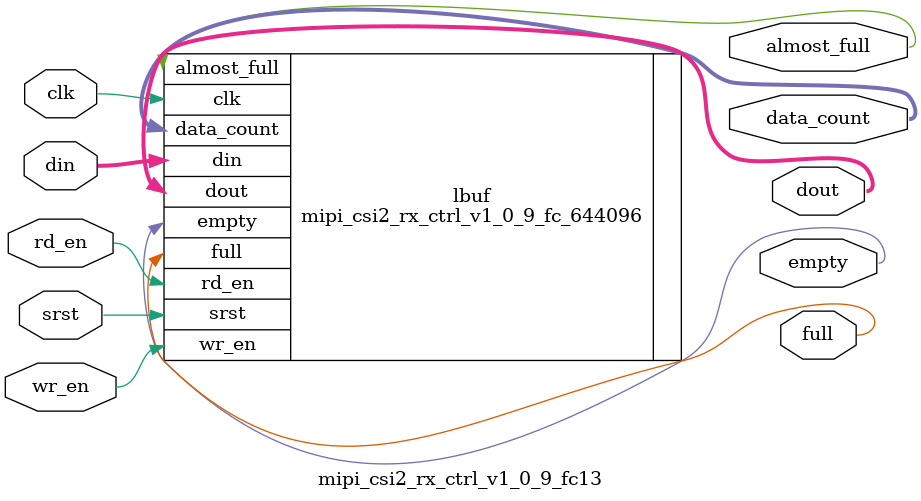
<source format=v>
`timescale 1ns/1ps
module mipi_csi2_rx_ctrl_v1_0_9_fc13 (
input          clk        ,
input          srst       ,
input  [64+4-1:0]  din  ,
input          wr_en      ,
input          rd_en      ,
output  [64+4-1:0]  dout,
output         full       ,
output         almost_full,
output         empty      ,
output [12-1:0]  data_count
);

mipi_csi2_rx_ctrl_v1_0_9_fc_644096 lbuf (
 .clk         (clk         ),
 .srst        (srst        ),
 .din         (din         ),
 .wr_en       (wr_en       ),
 .rd_en       (rd_en       ),
 .dout        (dout        ),
 .full        (full        ),
 .almost_full (almost_full ),
 .empty       (empty       ),
 .data_count  (data_count  ) 
);
endmodule

</source>
